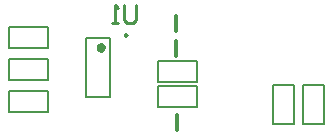
<source format=gbo>
G04*
G04 #@! TF.GenerationSoftware,Altium Limited,Altium Designer,19.1.8 (144)*
G04*
G04 Layer_Color=32896*
%FSLAX25Y25*%
%MOIN*%
G70*
G01*
G75*
%ADD10C,0.00984*%
%ADD11C,0.01575*%
%ADD12C,0.00787*%
%ADD13C,0.01200*%
%ADD14C,0.00800*%
%ADD15C,0.01000*%
D10*
X92421Y94201D02*
X91683Y94627D01*
Y93775D01*
X92421Y94201D01*
D11*
X84252Y90047D02*
X83708Y90796D01*
X82828Y90510D01*
Y89584D01*
X83708Y89298D01*
X84252Y90047D01*
D12*
X78740Y73512D02*
X86614D01*
X78740Y93197D02*
X86614D01*
X78740Y73512D02*
Y93197D01*
X86614Y73512D02*
Y93197D01*
D13*
X108999Y62539D02*
Y67461D01*
X108499Y87290D02*
Y92211D01*
Y95539D02*
Y100461D01*
D14*
X115500Y78500D02*
Y85500D01*
X102500D02*
X115500D01*
X102500Y78500D02*
Y85500D01*
Y78500D02*
X115500D01*
X102500Y70250D02*
Y77250D01*
Y70250D02*
X115500D01*
Y77250D01*
X102500D02*
X115500D01*
X148000Y64500D02*
Y77500D01*
X141000Y64500D02*
X148000D01*
X141000D02*
Y77500D01*
X148000D01*
X158000Y64500D02*
Y77500D01*
X151000Y64500D02*
X158000D01*
X151000D02*
Y77500D01*
X158000D01*
X53000Y68500D02*
X66000D01*
X53000D02*
Y75500D01*
X66000D01*
Y68500D02*
Y75500D01*
X53000Y86250D02*
X66000D01*
Y79250D02*
Y86250D01*
X53000Y79250D02*
X66000D01*
X53000D02*
Y86250D01*
Y97000D02*
X66000D01*
Y90000D02*
Y97000D01*
X53000Y90000D02*
X66000D01*
X53000D02*
Y97000D01*
D15*
X95200Y104198D02*
Y99200D01*
X94200Y98200D01*
X92201D01*
X91201Y99200D01*
Y104198D01*
X89202Y98200D02*
X87203D01*
X88202D01*
Y104198D01*
X89202Y103198D01*
M02*

</source>
